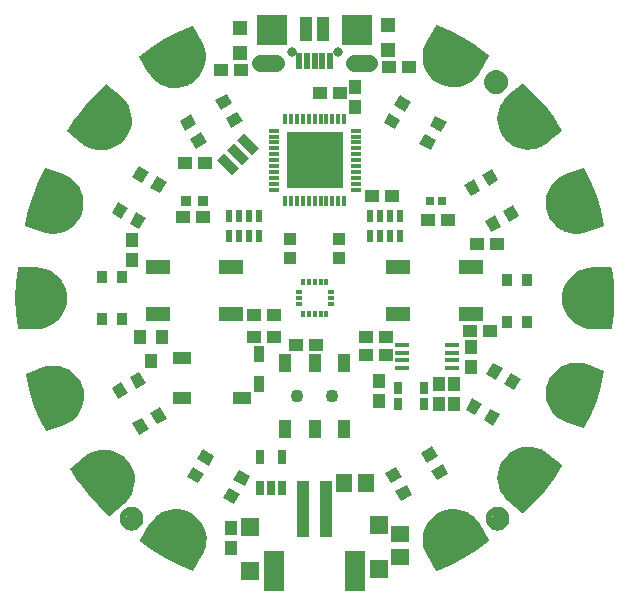
<source format=gbr>
G04 EAGLE Gerber RS-274X export*
G75*
%MOMM*%
%FSLAX34Y34*%
%LPD*%
%INSoldermask Top*%
%IPPOS*%
%AMOC8*
5,1,8,0,0,1.08239X$1,22.5*%
G01*
%ADD10R,1.101600X1.201600*%
%ADD11R,1.201600X1.101600*%
%ADD12R,1.601600X1.341600*%
%ADD13R,1.301600X1.301600*%
%ADD14R,0.351600X0.901600*%
%ADD15R,0.901600X0.351600*%
%ADD16R,4.801600X4.801600*%
%ADD17R,1.001600X1.001600*%
%ADD18C,0.801600*%
%ADD19R,2.601600X2.601600*%
%ADD20C,1.409600*%
%ADD21R,1.101600X2.101600*%
%ADD22R,0.500000X1.450000*%
%ADD23C,1.101600*%
%ADD24C,0.500000*%
%ADD25R,1.101600X4.701600*%
%ADD26R,1.701600X3.501600*%
%ADD27R,1.501600X1.501600*%
%ADD28R,1.341600X1.601600*%
%ADD29C,4.317600*%
%ADD30R,1.101600X1.601600*%
%ADD31R,0.801600X1.801600*%
%ADD32R,2.101600X1.301600*%
%ADD33R,0.951600X1.101600*%
%ADD34R,0.351600X0.601600*%
%ADD35R,0.601600X0.351600*%
%ADD36R,0.901600X0.901600*%
%ADD37R,0.761600X1.001600*%
%ADD38R,0.701600X0.701600*%
%ADD39R,1.101600X1.301600*%
%ADD40R,0.901600X1.451600*%
%ADD41R,0.551600X1.001600*%
%ADD42R,0.651600X1.301600*%
%ADD43R,1.601600X1.101600*%
%ADD44R,1.301600X0.401600*%

G36*
X227376Y-110221D02*
X227376Y-110221D01*
X227400Y-110223D01*
X227485Y-110200D01*
X227572Y-110184D01*
X227593Y-110172D01*
X227617Y-110165D01*
X227689Y-110114D01*
X227765Y-110069D01*
X227780Y-110050D01*
X227800Y-110036D01*
X227884Y-109919D01*
X227905Y-109894D01*
X227906Y-109889D01*
X227910Y-109884D01*
X233802Y-98565D01*
X233810Y-98542D01*
X233826Y-98515D01*
X238709Y-86726D01*
X238714Y-86702D01*
X238728Y-86674D01*
X242565Y-74504D01*
X242568Y-74479D01*
X242579Y-74450D01*
X245341Y-61992D01*
X245342Y-61968D01*
X245350Y-61944D01*
X245347Y-61856D01*
X245350Y-61768D01*
X245343Y-61745D01*
X245342Y-61720D01*
X245308Y-61638D01*
X245281Y-61555D01*
X245266Y-61535D01*
X245256Y-61513D01*
X245196Y-61448D01*
X245141Y-61379D01*
X245120Y-61366D01*
X245104Y-61348D01*
X244977Y-61280D01*
X244949Y-61263D01*
X244944Y-61262D01*
X244939Y-61259D01*
X230618Y-56046D01*
X230598Y-56043D01*
X230575Y-56032D01*
X227090Y-55039D01*
X227052Y-55035D01*
X227001Y-55020D01*
X223410Y-54533D01*
X223372Y-54535D01*
X223320Y-54527D01*
X219696Y-54556D01*
X219658Y-54563D01*
X219606Y-54563D01*
X216023Y-55108D01*
X215987Y-55120D01*
X215934Y-55128D01*
X212465Y-56176D01*
X212431Y-56193D01*
X212381Y-56208D01*
X209096Y-57740D01*
X209065Y-57762D01*
X209017Y-57784D01*
X205984Y-59767D01*
X205957Y-59794D01*
X205912Y-59822D01*
X203192Y-62217D01*
X203169Y-62247D01*
X203129Y-62282D01*
X200777Y-65039D01*
X200758Y-65072D01*
X200724Y-65112D01*
X198789Y-68176D01*
X198774Y-68212D01*
X198746Y-68256D01*
X197267Y-71564D01*
X197258Y-71601D01*
X197236Y-71649D01*
X196242Y-75135D01*
X196239Y-75173D01*
X196224Y-75223D01*
X195737Y-78814D01*
X195738Y-78852D01*
X195731Y-78905D01*
X195760Y-82529D01*
X195767Y-82566D01*
X195767Y-82619D01*
X196311Y-86202D01*
X196322Y-86234D01*
X196323Y-86254D01*
X196327Y-86266D01*
X196331Y-86290D01*
X197379Y-89759D01*
X197397Y-89793D01*
X197412Y-89844D01*
X198943Y-93128D01*
X198965Y-93159D01*
X198987Y-93207D01*
X200971Y-96240D01*
X200997Y-96268D01*
X201025Y-96312D01*
X203420Y-99032D01*
X203450Y-99056D01*
X203485Y-99096D01*
X206242Y-101447D01*
X206275Y-101466D01*
X206315Y-101501D01*
X209380Y-103436D01*
X209415Y-103450D01*
X209459Y-103478D01*
X212768Y-104958D01*
X212787Y-104963D01*
X212810Y-104975D01*
X227131Y-110187D01*
X227155Y-110191D01*
X227177Y-110202D01*
X227264Y-110210D01*
X227352Y-110225D01*
X227376Y-110221D01*
G37*
G36*
X-219696Y54556D02*
X-219696Y54556D01*
X-219658Y54563D01*
X-219606Y54563D01*
X-216023Y55108D01*
X-215987Y55120D01*
X-215934Y55128D01*
X-212465Y56176D01*
X-212431Y56193D01*
X-212381Y56208D01*
X-209096Y57740D01*
X-209065Y57762D01*
X-209017Y57784D01*
X-205984Y59767D01*
X-205957Y59794D01*
X-205912Y59822D01*
X-203192Y62217D01*
X-203169Y62247D01*
X-203129Y62282D01*
X-200777Y65039D01*
X-200758Y65072D01*
X-200724Y65112D01*
X-198789Y68176D01*
X-198774Y68212D01*
X-198746Y68256D01*
X-197267Y71564D01*
X-197258Y71601D01*
X-197236Y71649D01*
X-196242Y75135D01*
X-196239Y75173D01*
X-196224Y75223D01*
X-195737Y78814D01*
X-195738Y78852D01*
X-195731Y78905D01*
X-195760Y82529D01*
X-195767Y82566D01*
X-195767Y82619D01*
X-196311Y86202D01*
X-196323Y86238D01*
X-196331Y86290D01*
X-197379Y89759D01*
X-197397Y89793D01*
X-197412Y89844D01*
X-198943Y93128D01*
X-198965Y93159D01*
X-198987Y93207D01*
X-200971Y96240D01*
X-200997Y96268D01*
X-201025Y96312D01*
X-203420Y99032D01*
X-203450Y99056D01*
X-203485Y99096D01*
X-206242Y101447D01*
X-206275Y101466D01*
X-206315Y101501D01*
X-209380Y103436D01*
X-209415Y103450D01*
X-209459Y103478D01*
X-212768Y104958D01*
X-212787Y104963D01*
X-212810Y104975D01*
X-227131Y110187D01*
X-227155Y110191D01*
X-227177Y110202D01*
X-227264Y110210D01*
X-227352Y110225D01*
X-227376Y110221D01*
X-227400Y110223D01*
X-227485Y110200D01*
X-227572Y110184D01*
X-227593Y110172D01*
X-227617Y110165D01*
X-227689Y110114D01*
X-227765Y110069D01*
X-227780Y110050D01*
X-227800Y110036D01*
X-227884Y109919D01*
X-227905Y109894D01*
X-227906Y109889D01*
X-227910Y109884D01*
X-233802Y98565D01*
X-233810Y98542D01*
X-233826Y98515D01*
X-238709Y86726D01*
X-238714Y86702D01*
X-238728Y86674D01*
X-242565Y74504D01*
X-242568Y74479D01*
X-242579Y74450D01*
X-245341Y61992D01*
X-245342Y61968D01*
X-245350Y61944D01*
X-245347Y61856D01*
X-245350Y61768D01*
X-245343Y61745D01*
X-245342Y61720D01*
X-245308Y61638D01*
X-245281Y61555D01*
X-245266Y61535D01*
X-245256Y61513D01*
X-245196Y61448D01*
X-245141Y61379D01*
X-245120Y61366D01*
X-245104Y61348D01*
X-244977Y61280D01*
X-244949Y61263D01*
X-244944Y61262D01*
X-244939Y61259D01*
X-230618Y56046D01*
X-230598Y56043D01*
X-230575Y56032D01*
X-227090Y55039D01*
X-227052Y55035D01*
X-227001Y55020D01*
X-223410Y54533D01*
X-223372Y54535D01*
X-223320Y54527D01*
X-219696Y54556D01*
G37*
G36*
X-226704Y-112761D02*
X-226704Y-112761D01*
X-226679Y-112765D01*
X-226538Y-112736D01*
X-226506Y-112731D01*
X-226502Y-112728D01*
X-226496Y-112727D01*
X-212175Y-107515D01*
X-212157Y-107505D01*
X-212133Y-107498D01*
X-208824Y-106018D01*
X-208793Y-105997D01*
X-208745Y-105976D01*
X-205680Y-104041D01*
X-205652Y-104015D01*
X-205607Y-103987D01*
X-202850Y-101636D01*
X-202826Y-101606D01*
X-202785Y-101572D01*
X-200390Y-98852D01*
X-200371Y-98820D01*
X-200336Y-98780D01*
X-198352Y-95747D01*
X-198337Y-95712D01*
X-198308Y-95668D01*
X-196777Y-92384D01*
X-196767Y-92347D01*
X-196744Y-92299D01*
X-195696Y-88830D01*
X-195691Y-88792D01*
X-195676Y-88742D01*
X-195132Y-85159D01*
X-195133Y-85121D01*
X-195125Y-85069D01*
X-195096Y-81445D01*
X-195102Y-81407D01*
X-195102Y-81354D01*
X-195589Y-77763D01*
X-195592Y-77753D01*
X-195592Y-77751D01*
X-195595Y-77744D01*
X-195601Y-77727D01*
X-195607Y-77675D01*
X-196601Y-74189D01*
X-196617Y-74155D01*
X-196632Y-74104D01*
X-198111Y-70796D01*
X-198132Y-70764D01*
X-198154Y-70716D01*
X-200089Y-67652D01*
X-200114Y-67624D01*
X-200142Y-67579D01*
X-202494Y-64822D01*
X-202523Y-64797D01*
X-202557Y-64757D01*
X-205277Y-62362D01*
X-205310Y-62342D01*
X-205349Y-62307D01*
X-208382Y-60324D01*
X-208418Y-60309D01*
X-208461Y-60280D01*
X-211746Y-58748D01*
X-211783Y-58739D01*
X-211830Y-58716D01*
X-213380Y-58248D01*
X-215299Y-57668D01*
X-215337Y-57663D01*
X-215388Y-57648D01*
X-218971Y-57103D01*
X-219009Y-57104D01*
X-219061Y-57096D01*
X-222685Y-57067D01*
X-222722Y-57074D01*
X-222775Y-57073D01*
X-226366Y-57560D01*
X-226403Y-57572D01*
X-226455Y-57579D01*
X-229940Y-58572D01*
X-229958Y-58581D01*
X-229983Y-58586D01*
X-244304Y-63799D01*
X-244325Y-63811D01*
X-244349Y-63817D01*
X-244421Y-63867D01*
X-244498Y-63912D01*
X-244514Y-63930D01*
X-244534Y-63944D01*
X-244584Y-64017D01*
X-244640Y-64085D01*
X-244648Y-64108D01*
X-244663Y-64128D01*
X-244685Y-64214D01*
X-244714Y-64297D01*
X-244713Y-64321D01*
X-244719Y-64345D01*
X-244709Y-64489D01*
X-244709Y-64521D01*
X-244707Y-64526D01*
X-244706Y-64532D01*
X-241944Y-76990D01*
X-241935Y-77013D01*
X-241930Y-77044D01*
X-238093Y-89214D01*
X-238082Y-89235D01*
X-238074Y-89266D01*
X-233191Y-101055D01*
X-233177Y-101076D01*
X-233167Y-101105D01*
X-227275Y-112424D01*
X-227260Y-112443D01*
X-227251Y-112466D01*
X-227192Y-112532D01*
X-227138Y-112602D01*
X-227117Y-112614D01*
X-227101Y-112633D01*
X-227022Y-112674D01*
X-226948Y-112720D01*
X-226924Y-112725D01*
X-226902Y-112736D01*
X-226814Y-112748D01*
X-226728Y-112765D01*
X-226704Y-112761D01*
G37*
G36*
X223357Y54534D02*
X223357Y54534D01*
X223410Y54533D01*
X227001Y55020D01*
X227038Y55032D01*
X227090Y55039D01*
X230575Y56032D01*
X230593Y56041D01*
X230618Y56046D01*
X244939Y61259D01*
X244960Y61271D01*
X244984Y61277D01*
X245056Y61327D01*
X245133Y61372D01*
X245149Y61390D01*
X245169Y61404D01*
X245219Y61477D01*
X245275Y61545D01*
X245283Y61568D01*
X245298Y61588D01*
X245320Y61674D01*
X245349Y61757D01*
X245348Y61781D01*
X245354Y61805D01*
X245344Y61949D01*
X245344Y61981D01*
X245342Y61986D01*
X245341Y61992D01*
X242579Y74450D01*
X242570Y74473D01*
X242565Y74504D01*
X238728Y86674D01*
X238717Y86695D01*
X238709Y86726D01*
X233826Y98515D01*
X233812Y98536D01*
X233802Y98565D01*
X227910Y109884D01*
X227895Y109903D01*
X227886Y109926D01*
X227827Y109992D01*
X227773Y110062D01*
X227752Y110074D01*
X227736Y110093D01*
X227657Y110134D01*
X227583Y110180D01*
X227559Y110185D01*
X227537Y110196D01*
X227449Y110208D01*
X227363Y110225D01*
X227339Y110221D01*
X227314Y110225D01*
X227173Y110196D01*
X227141Y110191D01*
X227137Y110188D01*
X227131Y110187D01*
X212810Y104975D01*
X212792Y104965D01*
X212768Y104958D01*
X209459Y103478D01*
X209428Y103457D01*
X209380Y103436D01*
X206315Y101501D01*
X206287Y101475D01*
X206242Y101447D01*
X203485Y99096D01*
X203461Y99066D01*
X203420Y99032D01*
X201025Y96312D01*
X201006Y96280D01*
X200971Y96240D01*
X198987Y93207D01*
X198972Y93172D01*
X198943Y93128D01*
X197412Y89844D01*
X197402Y89807D01*
X197379Y89759D01*
X196331Y86290D01*
X196326Y86252D01*
X196311Y86202D01*
X195767Y82619D01*
X195768Y82581D01*
X195760Y82529D01*
X195731Y78905D01*
X195737Y78867D01*
X195737Y78814D01*
X196224Y75223D01*
X196236Y75187D01*
X196242Y75135D01*
X197236Y71649D01*
X197252Y71615D01*
X197267Y71564D01*
X198746Y68256D01*
X198767Y68224D01*
X198789Y68176D01*
X200724Y65112D01*
X200749Y65084D01*
X200777Y65039D01*
X203129Y62282D01*
X203158Y62257D01*
X203192Y62217D01*
X205912Y59822D01*
X205945Y59802D01*
X205984Y59767D01*
X209017Y57784D01*
X209053Y57769D01*
X209096Y57740D01*
X212381Y56208D01*
X212418Y56199D01*
X212465Y56176D01*
X213631Y55824D01*
X215730Y55189D01*
X215934Y55128D01*
X215972Y55123D01*
X216023Y55108D01*
X219606Y54563D01*
X219644Y54564D01*
X219696Y54556D01*
X223320Y54527D01*
X223357Y54534D01*
G37*
G36*
X-180394Y125104D02*
X-180394Y125104D01*
X-180342Y125101D01*
X-176732Y125417D01*
X-176695Y125427D01*
X-176642Y125431D01*
X-173114Y126257D01*
X-173079Y126272D01*
X-173027Y126284D01*
X-169652Y127604D01*
X-169620Y127624D01*
X-169571Y127643D01*
X-166418Y129430D01*
X-166388Y129455D01*
X-166342Y129480D01*
X-163476Y131698D01*
X-163451Y131726D01*
X-163409Y131758D01*
X-160887Y134361D01*
X-160866Y134393D01*
X-160829Y134431D01*
X-158703Y137366D01*
X-158687Y137400D01*
X-158656Y137443D01*
X-156970Y140651D01*
X-156958Y140687D01*
X-156933Y140734D01*
X-155721Y144149D01*
X-155715Y144186D01*
X-155697Y144236D01*
X-154983Y147789D01*
X-154982Y147821D01*
X-154976Y147838D01*
X-154977Y147852D01*
X-154971Y147879D01*
X-154770Y151497D01*
X-154775Y151535D01*
X-154771Y151588D01*
X-155087Y155198D01*
X-155097Y155235D01*
X-155102Y155287D01*
X-155928Y158816D01*
X-155943Y158851D01*
X-155955Y158902D01*
X-157275Y162277D01*
X-157295Y162310D01*
X-157314Y162359D01*
X-159101Y165512D01*
X-159125Y165541D01*
X-159151Y165587D01*
X-161369Y168453D01*
X-161397Y168479D01*
X-161429Y168521D01*
X-164032Y171042D01*
X-164049Y171054D01*
X-164066Y171073D01*
X-175740Y180869D01*
X-175761Y180881D01*
X-175778Y180899D01*
X-175858Y180936D01*
X-175935Y180980D01*
X-175959Y180984D01*
X-175981Y180995D01*
X-176069Y181003D01*
X-176156Y181017D01*
X-176180Y181013D01*
X-176205Y181015D01*
X-176290Y180991D01*
X-176376Y180975D01*
X-176397Y180962D01*
X-176421Y180955D01*
X-176540Y180875D01*
X-176568Y180858D01*
X-176571Y180854D01*
X-176576Y180851D01*
X-185984Y172230D01*
X-185999Y172210D01*
X-186024Y172191D01*
X-194645Y162782D01*
X-194658Y162762D01*
X-194680Y162740D01*
X-202448Y152616D01*
X-202460Y152595D01*
X-202480Y152571D01*
X-209336Y141809D01*
X-209346Y141786D01*
X-209361Y141767D01*
X-209388Y141683D01*
X-209422Y141601D01*
X-209422Y141577D01*
X-209430Y141553D01*
X-209426Y141465D01*
X-209429Y141377D01*
X-209421Y141354D01*
X-209420Y141329D01*
X-209386Y141248D01*
X-209358Y141164D01*
X-209343Y141145D01*
X-209333Y141122D01*
X-209238Y141015D01*
X-209218Y140989D01*
X-209213Y140987D01*
X-209209Y140982D01*
X-197535Y131186D01*
X-197517Y131176D01*
X-197499Y131158D01*
X-194564Y129033D01*
X-194529Y129016D01*
X-194487Y128985D01*
X-191279Y127299D01*
X-191242Y127287D01*
X-191196Y127263D01*
X-187781Y126050D01*
X-187743Y126044D01*
X-187694Y126026D01*
X-184141Y125312D01*
X-184102Y125311D01*
X-184051Y125300D01*
X-180432Y125099D01*
X-180394Y125104D01*
G37*
G36*
X-173603Y-184188D02*
X-173603Y-184188D01*
X-173579Y-184192D01*
X-173493Y-184172D01*
X-173405Y-184159D01*
X-173384Y-184147D01*
X-173360Y-184142D01*
X-173237Y-184066D01*
X-173209Y-184051D01*
X-173205Y-184047D01*
X-173200Y-184044D01*
X-161526Y-174248D01*
X-161513Y-174232D01*
X-161492Y-174217D01*
X-158889Y-171696D01*
X-158867Y-171665D01*
X-158829Y-171628D01*
X-156611Y-168762D01*
X-156594Y-168728D01*
X-156561Y-168687D01*
X-154774Y-165534D01*
X-154761Y-165498D01*
X-154735Y-165452D01*
X-153415Y-162077D01*
X-153408Y-162040D01*
X-153388Y-161991D01*
X-152562Y-158462D01*
X-152560Y-158424D01*
X-152547Y-158373D01*
X-152231Y-154763D01*
X-152235Y-154725D01*
X-152230Y-154672D01*
X-152431Y-151054D01*
X-152440Y-151017D01*
X-152443Y-150964D01*
X-153157Y-147411D01*
X-153171Y-147375D01*
X-153181Y-147324D01*
X-154393Y-143909D01*
X-154412Y-143875D01*
X-154430Y-143826D01*
X-156116Y-140618D01*
X-156139Y-140588D01*
X-156163Y-140541D01*
X-158289Y-137606D01*
X-158316Y-137579D01*
X-158347Y-137536D01*
X-160869Y-134933D01*
X-160900Y-134911D01*
X-160936Y-134873D01*
X-163802Y-132655D01*
X-163836Y-132638D01*
X-163878Y-132605D01*
X-167031Y-130818D01*
X-167067Y-130806D01*
X-167112Y-130779D01*
X-170487Y-129459D01*
X-170525Y-129452D01*
X-170574Y-129432D01*
X-174102Y-128606D01*
X-174140Y-128604D01*
X-174192Y-128592D01*
X-177802Y-128276D01*
X-177840Y-128279D01*
X-177892Y-128274D01*
X-181511Y-128475D01*
X-181548Y-128484D01*
X-181601Y-128487D01*
X-185154Y-129201D01*
X-185189Y-129215D01*
X-185241Y-129225D01*
X-188656Y-130438D01*
X-188689Y-130456D01*
X-188739Y-130474D01*
X-191947Y-132160D01*
X-191977Y-132183D01*
X-192024Y-132208D01*
X-194959Y-134333D01*
X-194973Y-134348D01*
X-194995Y-134361D01*
X-206669Y-144157D01*
X-206685Y-144176D01*
X-206705Y-144190D01*
X-206756Y-144261D01*
X-206813Y-144329D01*
X-206821Y-144352D01*
X-206835Y-144372D01*
X-206858Y-144458D01*
X-206887Y-144541D01*
X-206887Y-144565D01*
X-206893Y-144589D01*
X-206885Y-144677D01*
X-206884Y-144765D01*
X-206875Y-144788D01*
X-206873Y-144812D01*
X-206814Y-144943D01*
X-206802Y-144974D01*
X-206799Y-144978D01*
X-206796Y-144984D01*
X-199940Y-155746D01*
X-199923Y-155764D01*
X-199908Y-155791D01*
X-192140Y-165915D01*
X-192122Y-165931D01*
X-192105Y-165957D01*
X-183484Y-175366D01*
X-183464Y-175380D01*
X-183444Y-175405D01*
X-174036Y-184026D01*
X-174016Y-184039D01*
X-173999Y-184057D01*
X-173921Y-184098D01*
X-173847Y-184146D01*
X-173823Y-184151D01*
X-173801Y-184162D01*
X-173714Y-184174D01*
X-173627Y-184192D01*
X-173603Y-184188D01*
G37*
G36*
X176180Y-181648D02*
X176180Y-181648D01*
X176205Y-181650D01*
X176290Y-181626D01*
X176376Y-181610D01*
X176397Y-181597D01*
X176421Y-181590D01*
X176540Y-181510D01*
X176568Y-181493D01*
X176571Y-181489D01*
X176576Y-181486D01*
X185984Y-172865D01*
X185999Y-172845D01*
X186024Y-172826D01*
X194645Y-163417D01*
X194658Y-163397D01*
X194680Y-163375D01*
X202448Y-153251D01*
X202460Y-153230D01*
X202480Y-153206D01*
X209336Y-142444D01*
X209346Y-142421D01*
X209361Y-142402D01*
X209388Y-142318D01*
X209422Y-142236D01*
X209422Y-142212D01*
X209430Y-142188D01*
X209426Y-142100D01*
X209429Y-142012D01*
X209421Y-141989D01*
X209420Y-141964D01*
X209386Y-141883D01*
X209358Y-141799D01*
X209343Y-141780D01*
X209333Y-141757D01*
X209238Y-141650D01*
X209218Y-141624D01*
X209213Y-141622D01*
X209209Y-141617D01*
X197535Y-131821D01*
X197517Y-131811D01*
X197499Y-131793D01*
X194564Y-129668D01*
X194529Y-129651D01*
X194487Y-129620D01*
X191279Y-127934D01*
X191242Y-127922D01*
X191196Y-127898D01*
X187781Y-126685D01*
X187743Y-126679D01*
X187694Y-126661D01*
X184141Y-125947D01*
X184102Y-125946D01*
X184051Y-125935D01*
X180432Y-125734D01*
X180394Y-125739D01*
X180342Y-125736D01*
X176732Y-126052D01*
X176695Y-126062D01*
X176642Y-126066D01*
X173114Y-126892D01*
X173079Y-126907D01*
X173027Y-126919D01*
X169652Y-128239D01*
X169620Y-128259D01*
X169571Y-128278D01*
X166418Y-130065D01*
X166388Y-130090D01*
X166342Y-130115D01*
X163476Y-132333D01*
X163451Y-132361D01*
X163409Y-132393D01*
X160887Y-134996D01*
X160866Y-135028D01*
X160829Y-135066D01*
X158703Y-138001D01*
X158687Y-138035D01*
X158656Y-138078D01*
X156970Y-141286D01*
X156958Y-141322D01*
X156933Y-141369D01*
X155721Y-144784D01*
X155715Y-144821D01*
X155697Y-144871D01*
X154983Y-148424D01*
X154982Y-148462D01*
X154971Y-148514D01*
X154770Y-152132D01*
X154775Y-152170D01*
X154771Y-152223D01*
X155087Y-155833D01*
X155097Y-155870D01*
X155102Y-155922D01*
X155928Y-159451D01*
X155943Y-159486D01*
X155955Y-159537D01*
X157275Y-162912D01*
X157295Y-162945D01*
X157314Y-162994D01*
X159101Y-166147D01*
X159125Y-166176D01*
X159151Y-166222D01*
X161369Y-169088D01*
X161397Y-169114D01*
X161429Y-169156D01*
X164032Y-171677D01*
X164049Y-171689D01*
X164066Y-171708D01*
X175740Y-181504D01*
X175761Y-181516D01*
X175778Y-181534D01*
X175858Y-181571D01*
X175935Y-181615D01*
X175959Y-181619D01*
X175981Y-181630D01*
X176069Y-181638D01*
X176156Y-181652D01*
X176180Y-181648D01*
G37*
G36*
X184051Y125935D02*
X184051Y125935D01*
X184088Y125944D01*
X184141Y125947D01*
X187694Y126661D01*
X187729Y126675D01*
X187781Y126685D01*
X191196Y127898D01*
X191229Y127916D01*
X191279Y127934D01*
X194487Y129620D01*
X194517Y129643D01*
X194564Y129668D01*
X197499Y131793D01*
X197513Y131808D01*
X197535Y131821D01*
X209209Y141617D01*
X209225Y141636D01*
X209245Y141650D01*
X209296Y141721D01*
X209353Y141789D01*
X209361Y141812D01*
X209375Y141832D01*
X209398Y141918D01*
X209427Y142001D01*
X209427Y142025D01*
X209433Y142049D01*
X209425Y142137D01*
X209424Y142225D01*
X209415Y142248D01*
X209413Y142272D01*
X209354Y142403D01*
X209342Y142434D01*
X209339Y142438D01*
X209336Y142444D01*
X209261Y142562D01*
X208857Y143196D01*
X208857Y143197D01*
X208453Y143831D01*
X208049Y144465D01*
X207645Y145099D01*
X207241Y145733D01*
X207241Y145734D01*
X207240Y145734D01*
X206836Y146368D01*
X206432Y147002D01*
X206028Y147636D01*
X205624Y148270D01*
X205624Y148271D01*
X205220Y148905D01*
X204816Y149539D01*
X202480Y153206D01*
X202463Y153224D01*
X202448Y153251D01*
X194680Y163375D01*
X194662Y163391D01*
X194645Y163417D01*
X186024Y172826D01*
X186004Y172840D01*
X185984Y172865D01*
X176576Y181486D01*
X176556Y181499D01*
X176539Y181517D01*
X176461Y181558D01*
X176387Y181606D01*
X176363Y181611D01*
X176341Y181622D01*
X176254Y181634D01*
X176167Y181652D01*
X176143Y181648D01*
X176119Y181652D01*
X176033Y181632D01*
X175945Y181619D01*
X175924Y181607D01*
X175900Y181602D01*
X175777Y181526D01*
X175749Y181511D01*
X175745Y181507D01*
X175740Y181504D01*
X164066Y171708D01*
X164053Y171692D01*
X164032Y171677D01*
X161429Y169156D01*
X161407Y169125D01*
X161369Y169088D01*
X159151Y166222D01*
X159134Y166188D01*
X159101Y166147D01*
X157314Y162994D01*
X157301Y162958D01*
X157275Y162912D01*
X155955Y159537D01*
X155948Y159500D01*
X155928Y159451D01*
X155102Y155922D01*
X155100Y155884D01*
X155087Y155833D01*
X154771Y152223D01*
X154775Y152185D01*
X154770Y152132D01*
X154971Y148514D01*
X154980Y148477D01*
X154983Y148424D01*
X155697Y144871D01*
X155711Y144835D01*
X155721Y144784D01*
X156933Y141369D01*
X156952Y141335D01*
X156970Y141286D01*
X158656Y138078D01*
X158679Y138048D01*
X158703Y138001D01*
X160829Y135066D01*
X160856Y135039D01*
X160887Y134996D01*
X163409Y132393D01*
X163440Y132371D01*
X163476Y132333D01*
X166342Y130115D01*
X166376Y130098D01*
X166418Y130065D01*
X169571Y128278D01*
X169607Y128266D01*
X169652Y128239D01*
X173027Y126919D01*
X173065Y126912D01*
X173114Y126892D01*
X176642Y126066D01*
X176680Y126064D01*
X176732Y126052D01*
X180342Y125736D01*
X180380Y125739D01*
X180432Y125734D01*
X184051Y125935D01*
G37*
G36*
X103134Y-231077D02*
X103134Y-231077D01*
X103159Y-231079D01*
X103299Y-231044D01*
X103330Y-231037D01*
X103335Y-231035D01*
X103341Y-231033D01*
X115130Y-226150D01*
X115151Y-226137D01*
X115180Y-226126D01*
X126499Y-220234D01*
X126518Y-220219D01*
X126547Y-220207D01*
X137309Y-213350D01*
X137327Y-213334D01*
X137354Y-213319D01*
X147478Y-205550D01*
X147495Y-205532D01*
X147515Y-205519D01*
X147570Y-205450D01*
X147629Y-205384D01*
X147638Y-205362D01*
X147653Y-205342D01*
X147680Y-205259D01*
X147713Y-205176D01*
X147714Y-205152D01*
X147721Y-205129D01*
X147717Y-205040D01*
X147719Y-204952D01*
X147711Y-204929D01*
X147710Y-204904D01*
X147657Y-204771D01*
X147647Y-204740D01*
X147644Y-204736D01*
X147641Y-204730D01*
X140021Y-191532D01*
X140008Y-191516D01*
X139997Y-191493D01*
X137966Y-188492D01*
X137939Y-188465D01*
X137910Y-188421D01*
X135472Y-185740D01*
X135442Y-185716D01*
X135407Y-185677D01*
X132612Y-183370D01*
X132579Y-183351D01*
X132539Y-183317D01*
X129444Y-181431D01*
X129408Y-181417D01*
X129364Y-181390D01*
X126032Y-179963D01*
X125995Y-179954D01*
X125947Y-179933D01*
X122446Y-178995D01*
X122408Y-178992D01*
X122357Y-178978D01*
X118759Y-178548D01*
X118721Y-178550D01*
X118668Y-178544D01*
X115045Y-178630D01*
X115008Y-178638D01*
X114955Y-178639D01*
X111382Y-179239D01*
X111346Y-179252D01*
X111294Y-179261D01*
X107842Y-180364D01*
X107815Y-180378D01*
X107799Y-180381D01*
X107785Y-180389D01*
X107758Y-180398D01*
X104498Y-181981D01*
X104467Y-182004D01*
X104420Y-182027D01*
X101418Y-184058D01*
X101391Y-184085D01*
X101347Y-184114D01*
X98666Y-186552D01*
X98642Y-186582D01*
X98603Y-186617D01*
X96296Y-189412D01*
X96277Y-189445D01*
X96243Y-189485D01*
X94357Y-192580D01*
X94343Y-192615D01*
X94316Y-192660D01*
X92889Y-195992D01*
X92880Y-196029D01*
X92859Y-196077D01*
X91921Y-199578D01*
X91918Y-199616D01*
X91904Y-199667D01*
X91474Y-203265D01*
X91476Y-203303D01*
X91470Y-203355D01*
X91556Y-206978D01*
X91564Y-207016D01*
X91565Y-207069D01*
X92166Y-210642D01*
X92178Y-210678D01*
X92187Y-210730D01*
X93290Y-214182D01*
X93308Y-214216D01*
X93324Y-214266D01*
X94907Y-217526D01*
X94919Y-217542D01*
X94929Y-217566D01*
X102549Y-230764D01*
X102564Y-230783D01*
X102574Y-230805D01*
X102636Y-230868D01*
X102693Y-230936D01*
X102715Y-230948D01*
X102732Y-230965D01*
X102812Y-231003D01*
X102889Y-231046D01*
X102913Y-231050D01*
X102935Y-231060D01*
X103023Y-231067D01*
X103110Y-231081D01*
X103134Y-231077D01*
G37*
G36*
X-235565Y-26031D02*
X-235565Y-26031D01*
X-235540Y-26033D01*
X-231925Y-25774D01*
X-231888Y-25765D01*
X-231835Y-25761D01*
X-228294Y-24991D01*
X-228259Y-24976D01*
X-228207Y-24965D01*
X-224812Y-23699D01*
X-224779Y-23679D01*
X-224730Y-23661D01*
X-221549Y-21925D01*
X-221519Y-21901D01*
X-221473Y-21876D01*
X-218571Y-19704D01*
X-218545Y-19676D01*
X-218503Y-19645D01*
X-215941Y-17082D01*
X-215919Y-17051D01*
X-215881Y-17014D01*
X-213709Y-14112D01*
X-213692Y-14078D01*
X-213661Y-14036D01*
X-211924Y-10856D01*
X-211912Y-10819D01*
X-211886Y-10773D01*
X-210620Y-7378D01*
X-210613Y-7340D01*
X-210594Y-7291D01*
X-209824Y-3750D01*
X-209822Y-3712D01*
X-209811Y-3660D01*
X-209552Y-45D01*
X-209556Y-7D01*
X-209552Y45D01*
X-209811Y3660D01*
X-209820Y3697D01*
X-209824Y3750D01*
X-210594Y7291D01*
X-210609Y7326D01*
X-210620Y7378D01*
X-211886Y10773D01*
X-211906Y10806D01*
X-211924Y10856D01*
X-213661Y14036D01*
X-213684Y14066D01*
X-213709Y14112D01*
X-215881Y17014D01*
X-215909Y17040D01*
X-215941Y17082D01*
X-218503Y19645D01*
X-218534Y19666D01*
X-218571Y19704D01*
X-221473Y21876D01*
X-221507Y21893D01*
X-221549Y21925D01*
X-224730Y23661D01*
X-224766Y23673D01*
X-224812Y23699D01*
X-228207Y24965D01*
X-228245Y24972D01*
X-228294Y24991D01*
X-231835Y25761D01*
X-231873Y25763D01*
X-231925Y25774D01*
X-235540Y26033D01*
X-235560Y26031D01*
X-235585Y26034D01*
X-250825Y26034D01*
X-250849Y26030D01*
X-250873Y26032D01*
X-250959Y26010D01*
X-251046Y25995D01*
X-251067Y25982D01*
X-251091Y25976D01*
X-251163Y25925D01*
X-251239Y25880D01*
X-251254Y25862D01*
X-251275Y25847D01*
X-251325Y25775D01*
X-251380Y25706D01*
X-251388Y25683D01*
X-251402Y25663D01*
X-251442Y25525D01*
X-251452Y25494D01*
X-251452Y25489D01*
X-251454Y25483D01*
X-253119Y12831D01*
X-253118Y12807D01*
X-253124Y12776D01*
X-253681Y28D01*
X-253678Y3D01*
X-253681Y-28D01*
X-253124Y-12776D01*
X-253119Y-12800D01*
X-253119Y-12831D01*
X-251454Y-25483D01*
X-251446Y-25506D01*
X-251446Y-25531D01*
X-251413Y-25612D01*
X-251386Y-25697D01*
X-251371Y-25716D01*
X-251361Y-25738D01*
X-251302Y-25804D01*
X-251247Y-25873D01*
X-251227Y-25886D01*
X-251210Y-25904D01*
X-251131Y-25944D01*
X-251056Y-25991D01*
X-251032Y-25995D01*
X-251010Y-26007D01*
X-250868Y-26028D01*
X-250836Y-26034D01*
X-250831Y-26033D01*
X-250825Y-26034D01*
X-235585Y-26034D01*
X-235565Y-26031D01*
G37*
G36*
X250849Y-26030D02*
X250849Y-26030D01*
X250873Y-26032D01*
X250959Y-26010D01*
X251046Y-25995D01*
X251067Y-25982D01*
X251091Y-25976D01*
X251163Y-25925D01*
X251239Y-25880D01*
X251254Y-25862D01*
X251275Y-25847D01*
X251325Y-25775D01*
X251380Y-25706D01*
X251388Y-25683D01*
X251402Y-25663D01*
X251442Y-25525D01*
X251452Y-25494D01*
X251452Y-25489D01*
X251454Y-25483D01*
X253119Y-12831D01*
X253118Y-12811D01*
X253119Y-12809D01*
X253119Y-12803D01*
X253124Y-12776D01*
X253681Y-28D01*
X253678Y-3D01*
X253681Y28D01*
X253124Y12776D01*
X253119Y12800D01*
X253119Y12831D01*
X251454Y25483D01*
X251446Y25506D01*
X251446Y25531D01*
X251413Y25612D01*
X251386Y25697D01*
X251371Y25716D01*
X251361Y25738D01*
X251302Y25804D01*
X251247Y25873D01*
X251227Y25886D01*
X251210Y25904D01*
X251131Y25944D01*
X251056Y25991D01*
X251032Y25995D01*
X251010Y26007D01*
X250868Y26028D01*
X250836Y26034D01*
X250831Y26033D01*
X250825Y26034D01*
X235585Y26034D01*
X235565Y26031D01*
X235540Y26033D01*
X231925Y25774D01*
X231888Y25765D01*
X231835Y25761D01*
X228294Y24991D01*
X228259Y24976D01*
X228207Y24965D01*
X225704Y24032D01*
X224812Y23699D01*
X224779Y23679D01*
X224730Y23661D01*
X221549Y21925D01*
X221519Y21901D01*
X221473Y21876D01*
X218571Y19704D01*
X218545Y19676D01*
X218503Y19645D01*
X215941Y17082D01*
X215919Y17051D01*
X215881Y17014D01*
X213709Y14112D01*
X213692Y14078D01*
X213661Y14036D01*
X211924Y10856D01*
X211912Y10819D01*
X211886Y10773D01*
X210620Y7378D01*
X210613Y7340D01*
X210594Y7291D01*
X209824Y3750D01*
X209822Y3712D01*
X209811Y3660D01*
X209552Y45D01*
X209556Y7D01*
X209552Y-45D01*
X209811Y-3660D01*
X209820Y-3697D01*
X209824Y-3750D01*
X210594Y-7291D01*
X210609Y-7326D01*
X210620Y-7378D01*
X211886Y-10773D01*
X211906Y-10806D01*
X211924Y-10856D01*
X213661Y-14036D01*
X213684Y-14066D01*
X213709Y-14112D01*
X215881Y-17014D01*
X215909Y-17040D01*
X215941Y-17082D01*
X218503Y-19645D01*
X218534Y-19666D01*
X218571Y-19704D01*
X221473Y-21876D01*
X221507Y-21893D01*
X221549Y-21925D01*
X224730Y-23661D01*
X224766Y-23673D01*
X224812Y-23699D01*
X228207Y-24965D01*
X228245Y-24972D01*
X228294Y-24991D01*
X231835Y-25761D01*
X231873Y-25763D01*
X231925Y-25774D01*
X235540Y-26033D01*
X235560Y-26031D01*
X235585Y-26034D01*
X250825Y-26034D01*
X250849Y-26030D01*
G37*
G36*
X-115680Y177995D02*
X-115680Y177995D01*
X-115643Y178003D01*
X-115590Y178004D01*
X-112017Y178604D01*
X-111981Y178617D01*
X-111929Y178626D01*
X-108477Y179729D01*
X-108443Y179747D01*
X-108393Y179763D01*
X-105133Y181346D01*
X-105102Y181369D01*
X-105055Y181392D01*
X-102053Y183423D01*
X-102026Y183450D01*
X-101982Y183479D01*
X-99301Y185917D01*
X-99277Y185947D01*
X-99238Y185982D01*
X-96931Y188777D01*
X-96912Y188810D01*
X-96878Y188850D01*
X-94992Y191945D01*
X-94978Y191980D01*
X-94951Y192025D01*
X-93524Y195357D01*
X-93515Y195394D01*
X-93494Y195442D01*
X-92556Y198943D01*
X-92553Y198981D01*
X-92539Y199032D01*
X-92109Y202630D01*
X-92111Y202668D01*
X-92105Y202720D01*
X-92191Y206343D01*
X-92199Y206381D01*
X-92200Y206434D01*
X-92801Y210007D01*
X-92813Y210043D01*
X-92822Y210095D01*
X-93925Y213547D01*
X-93943Y213581D01*
X-93959Y213631D01*
X-95542Y216891D01*
X-95554Y216907D01*
X-95564Y216931D01*
X-103184Y230129D01*
X-103199Y230148D01*
X-103209Y230170D01*
X-103271Y230233D01*
X-103328Y230301D01*
X-103350Y230313D01*
X-103367Y230330D01*
X-103447Y230368D01*
X-103524Y230411D01*
X-103548Y230415D01*
X-103570Y230425D01*
X-103658Y230432D01*
X-103745Y230446D01*
X-103769Y230442D01*
X-103794Y230444D01*
X-103934Y230409D01*
X-103965Y230402D01*
X-103970Y230400D01*
X-103976Y230398D01*
X-115765Y225515D01*
X-115786Y225502D01*
X-115815Y225491D01*
X-127134Y219599D01*
X-127153Y219584D01*
X-127182Y219572D01*
X-137944Y212715D01*
X-137962Y212699D01*
X-137989Y212684D01*
X-148113Y204915D01*
X-148130Y204897D01*
X-148150Y204884D01*
X-148205Y204815D01*
X-148264Y204749D01*
X-148273Y204727D01*
X-148288Y204707D01*
X-148315Y204624D01*
X-148348Y204541D01*
X-148349Y204517D01*
X-148356Y204494D01*
X-148352Y204405D01*
X-148354Y204317D01*
X-148346Y204294D01*
X-148345Y204269D01*
X-148292Y204136D01*
X-148282Y204105D01*
X-148279Y204101D01*
X-148276Y204095D01*
X-140656Y190897D01*
X-140653Y190893D01*
X-140651Y190889D01*
X-140642Y190879D01*
X-140632Y190858D01*
X-138601Y187857D01*
X-138574Y187830D01*
X-138545Y187786D01*
X-136107Y185105D01*
X-136077Y185081D01*
X-136042Y185042D01*
X-133247Y182735D01*
X-133214Y182716D01*
X-133174Y182682D01*
X-130079Y180796D01*
X-130043Y180782D01*
X-129999Y180755D01*
X-126667Y179328D01*
X-126630Y179319D01*
X-126582Y179298D01*
X-123081Y178360D01*
X-123043Y178357D01*
X-122992Y178343D01*
X-119394Y177913D01*
X-119356Y177915D01*
X-119303Y177909D01*
X-115680Y177995D01*
G37*
G36*
X118706Y178550D02*
X118706Y178550D01*
X118759Y178548D01*
X122357Y178978D01*
X122394Y178989D01*
X122446Y178995D01*
X125947Y179933D01*
X125981Y179950D01*
X126032Y179963D01*
X129364Y181390D01*
X129395Y181410D01*
X129444Y181431D01*
X132539Y183317D01*
X132567Y183342D01*
X132612Y183370D01*
X135407Y185677D01*
X135432Y185706D01*
X135472Y185740D01*
X137910Y188421D01*
X137930Y188453D01*
X137966Y188492D01*
X139997Y191493D01*
X140005Y191512D01*
X140021Y191532D01*
X147641Y204730D01*
X147650Y204753D01*
X147664Y204773D01*
X147687Y204858D01*
X147717Y204941D01*
X147717Y204966D01*
X147724Y204989D01*
X147716Y205077D01*
X147715Y205166D01*
X147706Y205188D01*
X147704Y205213D01*
X147667Y205293D01*
X147635Y205375D01*
X147619Y205393D01*
X147608Y205416D01*
X147509Y205519D01*
X147487Y205544D01*
X147482Y205546D01*
X147478Y205550D01*
X147301Y205686D01*
X146475Y206320D01*
X145648Y206954D01*
X145648Y206955D01*
X144822Y207589D01*
X143995Y208223D01*
X143169Y208857D01*
X143168Y208857D01*
X142342Y209491D01*
X142342Y209492D01*
X141516Y210126D01*
X141515Y210126D01*
X140689Y210760D01*
X139862Y211394D01*
X139036Y212028D01*
X139036Y212029D01*
X138209Y212663D01*
X137383Y213297D01*
X137382Y213297D01*
X137354Y213319D01*
X137333Y213330D01*
X137309Y213350D01*
X126547Y220207D01*
X126524Y220216D01*
X126499Y220234D01*
X115180Y226126D01*
X115157Y226134D01*
X115130Y226150D01*
X103341Y231033D01*
X103317Y231038D01*
X103295Y231050D01*
X103208Y231062D01*
X103121Y231081D01*
X103097Y231078D01*
X103073Y231081D01*
X102987Y231062D01*
X102899Y231050D01*
X102878Y231038D01*
X102854Y231033D01*
X102780Y230985D01*
X102702Y230943D01*
X102686Y230924D01*
X102665Y230911D01*
X102576Y230799D01*
X102554Y230774D01*
X102553Y230769D01*
X102549Y230764D01*
X94929Y217566D01*
X94922Y217548D01*
X94915Y217539D01*
X94913Y217534D01*
X94907Y217526D01*
X93324Y214266D01*
X93314Y214230D01*
X93290Y214182D01*
X92187Y210730D01*
X92182Y210693D01*
X92166Y210642D01*
X91565Y207069D01*
X91565Y207030D01*
X91556Y206978D01*
X91470Y203355D01*
X91476Y203318D01*
X91474Y203265D01*
X91904Y199667D01*
X91915Y199630D01*
X91921Y199578D01*
X92859Y196077D01*
X92876Y196043D01*
X92889Y195992D01*
X94316Y192660D01*
X94337Y192628D01*
X94357Y192580D01*
X96243Y189485D01*
X96268Y189457D01*
X96296Y189412D01*
X98603Y186617D01*
X98632Y186592D01*
X98666Y186552D01*
X101347Y184114D01*
X101379Y184094D01*
X101418Y184058D01*
X104420Y182027D01*
X104454Y182011D01*
X104498Y181981D01*
X107758Y180398D01*
X107794Y180388D01*
X107842Y180364D01*
X111294Y179261D01*
X111331Y179256D01*
X111382Y179239D01*
X114955Y178639D01*
X114994Y178639D01*
X115045Y178630D01*
X118668Y178544D01*
X118706Y178550D01*
G37*
G36*
X-103097Y-231078D02*
X-103097Y-231078D01*
X-103073Y-231081D01*
X-102987Y-231062D01*
X-102899Y-231050D01*
X-102878Y-231038D01*
X-102854Y-231033D01*
X-102780Y-230985D01*
X-102702Y-230943D01*
X-102686Y-230924D01*
X-102665Y-230911D01*
X-102576Y-230799D01*
X-102554Y-230774D01*
X-102553Y-230769D01*
X-102549Y-230764D01*
X-94929Y-217566D01*
X-94922Y-217547D01*
X-94907Y-217526D01*
X-93324Y-214266D01*
X-93314Y-214230D01*
X-93290Y-214182D01*
X-92187Y-210730D01*
X-92182Y-210693D01*
X-92166Y-210642D01*
X-91565Y-207069D01*
X-91565Y-207030D01*
X-91556Y-206978D01*
X-91470Y-203355D01*
X-91476Y-203318D01*
X-91474Y-203265D01*
X-91904Y-199667D01*
X-91915Y-199630D01*
X-91921Y-199578D01*
X-92859Y-196077D01*
X-92876Y-196043D01*
X-92889Y-195992D01*
X-94316Y-192660D01*
X-94337Y-192628D01*
X-94357Y-192580D01*
X-96243Y-189485D01*
X-96268Y-189457D01*
X-96296Y-189412D01*
X-98603Y-186617D01*
X-98632Y-186592D01*
X-98666Y-186552D01*
X-101347Y-184114D01*
X-101379Y-184094D01*
X-101418Y-184058D01*
X-104420Y-182027D01*
X-104454Y-182011D01*
X-104498Y-181981D01*
X-107758Y-180398D01*
X-107794Y-180388D01*
X-107842Y-180364D01*
X-111294Y-179261D01*
X-111331Y-179256D01*
X-111382Y-179239D01*
X-114955Y-178639D01*
X-114994Y-178639D01*
X-115045Y-178630D01*
X-118668Y-178544D01*
X-118706Y-178550D01*
X-118759Y-178548D01*
X-122357Y-178978D01*
X-122394Y-178989D01*
X-122446Y-178995D01*
X-125947Y-179933D01*
X-125981Y-179950D01*
X-126032Y-179963D01*
X-129364Y-181390D01*
X-129395Y-181410D01*
X-129444Y-181431D01*
X-132539Y-183317D01*
X-132567Y-183342D01*
X-132612Y-183370D01*
X-135407Y-185677D01*
X-135432Y-185706D01*
X-135472Y-185740D01*
X-137910Y-188421D01*
X-137930Y-188453D01*
X-137966Y-188492D01*
X-139997Y-191493D01*
X-140005Y-191512D01*
X-140021Y-191532D01*
X-147641Y-204730D01*
X-147650Y-204753D01*
X-147664Y-204773D01*
X-147687Y-204858D01*
X-147717Y-204941D01*
X-147717Y-204966D01*
X-147724Y-204989D01*
X-147716Y-205077D01*
X-147715Y-205166D01*
X-147706Y-205188D01*
X-147704Y-205213D01*
X-147667Y-205293D01*
X-147635Y-205375D01*
X-147619Y-205393D01*
X-147608Y-205416D01*
X-147509Y-205519D01*
X-147487Y-205544D01*
X-147482Y-205546D01*
X-147478Y-205550D01*
X-147438Y-205581D01*
X-146611Y-206215D01*
X-146611Y-206216D01*
X-145785Y-206850D01*
X-144958Y-207484D01*
X-144132Y-208118D01*
X-143305Y-208752D01*
X-143305Y-208753D01*
X-142479Y-209387D01*
X-142478Y-209387D01*
X-141652Y-210021D01*
X-140825Y-210655D01*
X-139999Y-211289D01*
X-139999Y-211290D01*
X-139172Y-211924D01*
X-138346Y-212558D01*
X-137519Y-213192D01*
X-137354Y-213319D01*
X-137333Y-213330D01*
X-137309Y-213350D01*
X-126547Y-220207D01*
X-126524Y-220216D01*
X-126499Y-220234D01*
X-115180Y-226126D01*
X-115157Y-226134D01*
X-115130Y-226150D01*
X-103341Y-231033D01*
X-103317Y-231038D01*
X-103295Y-231050D01*
X-103208Y-231062D01*
X-103121Y-231081D01*
X-103097Y-231078D01*
G37*
D10*
X34290Y178680D03*
X34290Y161680D03*
D11*
X4200Y173990D03*
X21200Y173990D03*
D12*
X72390Y-219050D03*
X72390Y-200050D03*
D11*
X-62620Y193040D03*
X-79620Y193040D03*
D13*
X-63500Y228940D03*
X-63500Y207940D03*
X62230Y231480D03*
X62230Y210480D03*
D14*
X25000Y151590D03*
X20000Y151590D03*
X15000Y151590D03*
X10000Y151590D03*
X5000Y151590D03*
X0Y151590D03*
X-5000Y151590D03*
X-10000Y151590D03*
X-15000Y151590D03*
X-20000Y151590D03*
X-25000Y151590D03*
D15*
X-34750Y141840D03*
X-34750Y136840D03*
X-34750Y131840D03*
X-34750Y126840D03*
X-34750Y121840D03*
X-34750Y116840D03*
X-34750Y111840D03*
X-34750Y106840D03*
X-34750Y101840D03*
X-34750Y96840D03*
X-34750Y91840D03*
D14*
X-25000Y82090D03*
X-20000Y82090D03*
X-15000Y82090D03*
X-10000Y82090D03*
X-5000Y82090D03*
X0Y82090D03*
X5000Y82090D03*
X10000Y82090D03*
X15000Y82090D03*
X20000Y82090D03*
X25000Y82090D03*
D15*
X34750Y91840D03*
X34750Y96840D03*
X34750Y101840D03*
X34750Y106840D03*
X34750Y111840D03*
X34750Y116840D03*
X34750Y121840D03*
X34750Y126840D03*
X34750Y131840D03*
X34750Y136840D03*
X34750Y141840D03*
D16*
X0Y116840D03*
D17*
X-20500Y33910D03*
X-20500Y49910D03*
X20500Y49910D03*
X20500Y33910D03*
D11*
X131200Y-27940D03*
X148200Y-27940D03*
X48650Y86360D03*
X65650Y86360D03*
X62620Y195580D03*
X79620Y195580D03*
D18*
X19500Y208280D03*
X-19500Y208280D03*
D19*
X-36000Y227280D03*
X36000Y227280D03*
D20*
X33000Y199280D02*
X46080Y199280D01*
X-33000Y199280D02*
X-46080Y199280D01*
D21*
X7500Y228280D03*
X-7500Y228280D03*
D22*
X13000Y200530D03*
X6500Y200530D03*
X0Y200530D03*
X-6500Y200530D03*
X-13000Y200530D03*
D23*
X153670Y182880D03*
D24*
X153670Y190380D02*
X153489Y190378D01*
X153308Y190371D01*
X153127Y190360D01*
X152946Y190345D01*
X152766Y190325D01*
X152586Y190301D01*
X152407Y190273D01*
X152229Y190240D01*
X152052Y190203D01*
X151875Y190162D01*
X151700Y190117D01*
X151525Y190067D01*
X151352Y190013D01*
X151181Y189955D01*
X151010Y189893D01*
X150842Y189826D01*
X150675Y189756D01*
X150509Y189682D01*
X150346Y189603D01*
X150185Y189521D01*
X150025Y189435D01*
X149868Y189345D01*
X149713Y189251D01*
X149560Y189154D01*
X149410Y189052D01*
X149262Y188948D01*
X149116Y188839D01*
X148974Y188728D01*
X148834Y188612D01*
X148697Y188494D01*
X148562Y188372D01*
X148431Y188247D01*
X148303Y188119D01*
X148178Y187988D01*
X148056Y187853D01*
X147938Y187716D01*
X147822Y187576D01*
X147711Y187434D01*
X147602Y187288D01*
X147498Y187140D01*
X147396Y186990D01*
X147299Y186837D01*
X147205Y186682D01*
X147115Y186525D01*
X147029Y186365D01*
X146947Y186204D01*
X146868Y186041D01*
X146794Y185875D01*
X146724Y185708D01*
X146657Y185540D01*
X146595Y185369D01*
X146537Y185198D01*
X146483Y185025D01*
X146433Y184850D01*
X146388Y184675D01*
X146347Y184498D01*
X146310Y184321D01*
X146277Y184143D01*
X146249Y183964D01*
X146225Y183784D01*
X146205Y183604D01*
X146190Y183423D01*
X146179Y183242D01*
X146172Y183061D01*
X146170Y182880D01*
X153670Y190380D02*
X153851Y190378D01*
X154032Y190371D01*
X154213Y190360D01*
X154394Y190345D01*
X154574Y190325D01*
X154754Y190301D01*
X154933Y190273D01*
X155111Y190240D01*
X155288Y190203D01*
X155465Y190162D01*
X155640Y190117D01*
X155815Y190067D01*
X155988Y190013D01*
X156159Y189955D01*
X156330Y189893D01*
X156498Y189826D01*
X156665Y189756D01*
X156831Y189682D01*
X156994Y189603D01*
X157155Y189521D01*
X157315Y189435D01*
X157472Y189345D01*
X157627Y189251D01*
X157780Y189154D01*
X157930Y189052D01*
X158078Y188948D01*
X158224Y188839D01*
X158366Y188728D01*
X158506Y188612D01*
X158643Y188494D01*
X158778Y188372D01*
X158909Y188247D01*
X159037Y188119D01*
X159162Y187988D01*
X159284Y187853D01*
X159402Y187716D01*
X159518Y187576D01*
X159629Y187434D01*
X159738Y187288D01*
X159842Y187140D01*
X159944Y186990D01*
X160041Y186837D01*
X160135Y186682D01*
X160225Y186525D01*
X160311Y186365D01*
X160393Y186204D01*
X160472Y186041D01*
X160546Y185875D01*
X160616Y185708D01*
X160683Y185540D01*
X160745Y185369D01*
X160803Y185198D01*
X160857Y185025D01*
X160907Y184850D01*
X160952Y184675D01*
X160993Y184498D01*
X161030Y184321D01*
X161063Y184143D01*
X161091Y183964D01*
X161115Y183784D01*
X161135Y183604D01*
X161150Y183423D01*
X161161Y183242D01*
X161168Y183061D01*
X161170Y182880D01*
X161168Y182699D01*
X161161Y182518D01*
X161150Y182337D01*
X161135Y182156D01*
X161115Y181976D01*
X161091Y181796D01*
X161063Y181617D01*
X161030Y181439D01*
X160993Y181262D01*
X160952Y181085D01*
X160907Y180910D01*
X160857Y180735D01*
X160803Y180562D01*
X160745Y180391D01*
X160683Y180220D01*
X160616Y180052D01*
X160546Y179885D01*
X160472Y179719D01*
X160393Y179556D01*
X160311Y179395D01*
X160225Y179235D01*
X160135Y179078D01*
X160041Y178923D01*
X159944Y178770D01*
X159842Y178620D01*
X159738Y178472D01*
X159629Y178326D01*
X159518Y178184D01*
X159402Y178044D01*
X159284Y177907D01*
X159162Y177772D01*
X159037Y177641D01*
X158909Y177513D01*
X158778Y177388D01*
X158643Y177266D01*
X158506Y177148D01*
X158366Y177032D01*
X158224Y176921D01*
X158078Y176812D01*
X157930Y176708D01*
X157780Y176606D01*
X157627Y176509D01*
X157472Y176415D01*
X157315Y176325D01*
X157155Y176239D01*
X156994Y176157D01*
X156831Y176078D01*
X156665Y176004D01*
X156498Y175934D01*
X156330Y175867D01*
X156159Y175805D01*
X155988Y175747D01*
X155815Y175693D01*
X155640Y175643D01*
X155465Y175598D01*
X155288Y175557D01*
X155111Y175520D01*
X154933Y175487D01*
X154754Y175459D01*
X154574Y175435D01*
X154394Y175415D01*
X154213Y175400D01*
X154032Y175389D01*
X153851Y175382D01*
X153670Y175380D01*
X153489Y175382D01*
X153308Y175389D01*
X153127Y175400D01*
X152946Y175415D01*
X152766Y175435D01*
X152586Y175459D01*
X152407Y175487D01*
X152229Y175520D01*
X152052Y175557D01*
X151875Y175598D01*
X151700Y175643D01*
X151525Y175693D01*
X151352Y175747D01*
X151181Y175805D01*
X151010Y175867D01*
X150842Y175934D01*
X150675Y176004D01*
X150509Y176078D01*
X150346Y176157D01*
X150185Y176239D01*
X150025Y176325D01*
X149868Y176415D01*
X149713Y176509D01*
X149560Y176606D01*
X149410Y176708D01*
X149262Y176812D01*
X149116Y176921D01*
X148974Y177032D01*
X148834Y177148D01*
X148697Y177266D01*
X148562Y177388D01*
X148431Y177513D01*
X148303Y177641D01*
X148178Y177772D01*
X148056Y177907D01*
X147938Y178044D01*
X147822Y178184D01*
X147711Y178326D01*
X147602Y178472D01*
X147498Y178620D01*
X147396Y178770D01*
X147299Y178923D01*
X147205Y179078D01*
X147115Y179235D01*
X147029Y179395D01*
X146947Y179556D01*
X146868Y179719D01*
X146794Y179885D01*
X146724Y180052D01*
X146657Y180220D01*
X146595Y180391D01*
X146537Y180562D01*
X146483Y180735D01*
X146433Y180910D01*
X146388Y181085D01*
X146347Y181262D01*
X146310Y181439D01*
X146277Y181617D01*
X146249Y181796D01*
X146225Y181976D01*
X146205Y182156D01*
X146190Y182337D01*
X146179Y182518D01*
X146172Y182699D01*
X146170Y182880D01*
D23*
X154940Y-186690D03*
D24*
X154940Y-179190D02*
X154759Y-179192D01*
X154578Y-179199D01*
X154397Y-179210D01*
X154216Y-179225D01*
X154036Y-179245D01*
X153856Y-179269D01*
X153677Y-179297D01*
X153499Y-179330D01*
X153322Y-179367D01*
X153145Y-179408D01*
X152970Y-179453D01*
X152795Y-179503D01*
X152622Y-179557D01*
X152451Y-179615D01*
X152280Y-179677D01*
X152112Y-179744D01*
X151945Y-179814D01*
X151779Y-179888D01*
X151616Y-179967D01*
X151455Y-180049D01*
X151295Y-180135D01*
X151138Y-180225D01*
X150983Y-180319D01*
X150830Y-180416D01*
X150680Y-180518D01*
X150532Y-180622D01*
X150386Y-180731D01*
X150244Y-180842D01*
X150104Y-180958D01*
X149967Y-181076D01*
X149832Y-181198D01*
X149701Y-181323D01*
X149573Y-181451D01*
X149448Y-181582D01*
X149326Y-181717D01*
X149208Y-181854D01*
X149092Y-181994D01*
X148981Y-182136D01*
X148872Y-182282D01*
X148768Y-182430D01*
X148666Y-182580D01*
X148569Y-182733D01*
X148475Y-182888D01*
X148385Y-183045D01*
X148299Y-183205D01*
X148217Y-183366D01*
X148138Y-183529D01*
X148064Y-183695D01*
X147994Y-183862D01*
X147927Y-184030D01*
X147865Y-184201D01*
X147807Y-184372D01*
X147753Y-184545D01*
X147703Y-184720D01*
X147658Y-184895D01*
X147617Y-185072D01*
X147580Y-185249D01*
X147547Y-185427D01*
X147519Y-185606D01*
X147495Y-185786D01*
X147475Y-185966D01*
X147460Y-186147D01*
X147449Y-186328D01*
X147442Y-186509D01*
X147440Y-186690D01*
X154940Y-179190D02*
X155121Y-179192D01*
X155302Y-179199D01*
X155483Y-179210D01*
X155664Y-179225D01*
X155844Y-179245D01*
X156024Y-179269D01*
X156203Y-179297D01*
X156381Y-179330D01*
X156558Y-179367D01*
X156735Y-179408D01*
X156910Y-179453D01*
X157085Y-179503D01*
X157258Y-179557D01*
X157429Y-179615D01*
X157600Y-179677D01*
X157768Y-179744D01*
X157935Y-179814D01*
X158101Y-179888D01*
X158264Y-179967D01*
X158425Y-180049D01*
X158585Y-180135D01*
X158742Y-180225D01*
X158897Y-180319D01*
X159050Y-180416D01*
X159200Y-180518D01*
X159348Y-180622D01*
X159494Y-180731D01*
X159636Y-180842D01*
X159776Y-180958D01*
X159913Y-181076D01*
X160048Y-181198D01*
X160179Y-181323D01*
X160307Y-181451D01*
X160432Y-181582D01*
X160554Y-181717D01*
X160672Y-181854D01*
X160788Y-181994D01*
X160899Y-182136D01*
X161008Y-182282D01*
X161112Y-182430D01*
X161214Y-182580D01*
X161311Y-182733D01*
X161405Y-182888D01*
X161495Y-183045D01*
X161581Y-183205D01*
X161663Y-183366D01*
X161742Y-183529D01*
X161816Y-183695D01*
X161886Y-183862D01*
X161953Y-184030D01*
X162015Y-184201D01*
X162073Y-184372D01*
X162127Y-184545D01*
X162177Y-184720D01*
X162222Y-184895D01*
X162263Y-185072D01*
X162300Y-185249D01*
X162333Y-185427D01*
X162361Y-185606D01*
X162385Y-185786D01*
X162405Y-185966D01*
X162420Y-186147D01*
X162431Y-186328D01*
X162438Y-186509D01*
X162440Y-186690D01*
X162438Y-186871D01*
X162431Y-187052D01*
X162420Y-187233D01*
X162405Y-187414D01*
X162385Y-187594D01*
X162361Y-187774D01*
X162333Y-187953D01*
X162300Y-188131D01*
X162263Y-188308D01*
X162222Y-188485D01*
X162177Y-188660D01*
X162127Y-188835D01*
X162073Y-189008D01*
X162015Y-189179D01*
X161953Y-189350D01*
X161886Y-189518D01*
X161816Y-189685D01*
X161742Y-189851D01*
X161663Y-190014D01*
X161581Y-190175D01*
X161495Y-190335D01*
X161405Y-190492D01*
X161311Y-190647D01*
X161214Y-190800D01*
X161112Y-190950D01*
X161008Y-191098D01*
X160899Y-191244D01*
X160788Y-191386D01*
X160672Y-191526D01*
X160554Y-191663D01*
X160432Y-191798D01*
X160307Y-191929D01*
X160179Y-192057D01*
X160048Y-192182D01*
X159913Y-192304D01*
X159776Y-192422D01*
X159636Y-192538D01*
X159494Y-192649D01*
X159348Y-192758D01*
X159200Y-192862D01*
X159050Y-192964D01*
X158897Y-193061D01*
X158742Y-193155D01*
X158585Y-193245D01*
X158425Y-193331D01*
X158264Y-193413D01*
X158101Y-193492D01*
X157935Y-193566D01*
X157768Y-193636D01*
X157600Y-193703D01*
X157429Y-193765D01*
X157258Y-193823D01*
X157085Y-193877D01*
X156910Y-193927D01*
X156735Y-193972D01*
X156558Y-194013D01*
X156381Y-194050D01*
X156203Y-194083D01*
X156024Y-194111D01*
X155844Y-194135D01*
X155664Y-194155D01*
X155483Y-194170D01*
X155302Y-194181D01*
X155121Y-194188D01*
X154940Y-194190D01*
X154759Y-194188D01*
X154578Y-194181D01*
X154397Y-194170D01*
X154216Y-194155D01*
X154036Y-194135D01*
X153856Y-194111D01*
X153677Y-194083D01*
X153499Y-194050D01*
X153322Y-194013D01*
X153145Y-193972D01*
X152970Y-193927D01*
X152795Y-193877D01*
X152622Y-193823D01*
X152451Y-193765D01*
X152280Y-193703D01*
X152112Y-193636D01*
X151945Y-193566D01*
X151779Y-193492D01*
X151616Y-193413D01*
X151455Y-193331D01*
X151295Y-193245D01*
X151138Y-193155D01*
X150983Y-193061D01*
X150830Y-192964D01*
X150680Y-192862D01*
X150532Y-192758D01*
X150386Y-192649D01*
X150244Y-192538D01*
X150104Y-192422D01*
X149967Y-192304D01*
X149832Y-192182D01*
X149701Y-192057D01*
X149573Y-191929D01*
X149448Y-191798D01*
X149326Y-191663D01*
X149208Y-191526D01*
X149092Y-191386D01*
X148981Y-191244D01*
X148872Y-191098D01*
X148768Y-190950D01*
X148666Y-190800D01*
X148569Y-190647D01*
X148475Y-190492D01*
X148385Y-190335D01*
X148299Y-190175D01*
X148217Y-190014D01*
X148138Y-189851D01*
X148064Y-189685D01*
X147994Y-189518D01*
X147927Y-189350D01*
X147865Y-189179D01*
X147807Y-189008D01*
X147753Y-188835D01*
X147703Y-188660D01*
X147658Y-188485D01*
X147617Y-188308D01*
X147580Y-188131D01*
X147547Y-187953D01*
X147519Y-187774D01*
X147495Y-187594D01*
X147475Y-187414D01*
X147460Y-187233D01*
X147449Y-187052D01*
X147442Y-186871D01*
X147440Y-186690D01*
D25*
X10000Y-178900D03*
X-10000Y-178900D03*
D26*
X34000Y-230900D03*
X-34000Y-230900D03*
D27*
X54610Y-229320D03*
X54610Y-192320D03*
X-54610Y-193590D03*
X-54610Y-230590D03*
D10*
X-71120Y-194700D03*
X-71120Y-211700D03*
D28*
X43790Y-156210D03*
X24790Y-156210D03*
D29*
X115570Y201249D03*
X115570Y-201249D03*
X-177882Y148680D03*
X-175342Y-151855D03*
X-217499Y-81747D03*
X-218134Y79207D03*
X177882Y149315D03*
X218134Y79207D03*
X218134Y-79207D03*
X177882Y-149315D03*
X-116205Y200614D03*
X-115570Y-201249D03*
X-231775Y0D03*
X231775Y0D03*
D30*
X-25000Y-54550D03*
X0Y-54550D03*
X25000Y-54550D03*
X25000Y-110550D03*
X0Y-110550D03*
X-25000Y-110550D03*
D23*
X15000Y-82550D03*
X-15000Y-82550D03*
D31*
G36*
X-64052Y109900D02*
X-69720Y104232D01*
X-82458Y116970D01*
X-76790Y122638D01*
X-64052Y109900D01*
G37*
G36*
X-55567Y118385D02*
X-61235Y112717D01*
X-73973Y125455D01*
X-68305Y131123D01*
X-55567Y118385D01*
G37*
G36*
X-47082Y126870D02*
X-52750Y121202D01*
X-65488Y133940D01*
X-59820Y139608D01*
X-47082Y126870D01*
G37*
D23*
X-154940Y-186690D03*
D24*
X-154940Y-179190D02*
X-155121Y-179192D01*
X-155302Y-179199D01*
X-155483Y-179210D01*
X-155664Y-179225D01*
X-155844Y-179245D01*
X-156024Y-179269D01*
X-156203Y-179297D01*
X-156381Y-179330D01*
X-156558Y-179367D01*
X-156735Y-179408D01*
X-156910Y-179453D01*
X-157085Y-179503D01*
X-157258Y-179557D01*
X-157429Y-179615D01*
X-157600Y-179677D01*
X-157768Y-179744D01*
X-157935Y-179814D01*
X-158101Y-179888D01*
X-158264Y-179967D01*
X-158425Y-180049D01*
X-158585Y-180135D01*
X-158742Y-180225D01*
X-158897Y-180319D01*
X-159050Y-180416D01*
X-159200Y-180518D01*
X-159348Y-180622D01*
X-159494Y-180731D01*
X-159636Y-180842D01*
X-159776Y-180958D01*
X-159913Y-181076D01*
X-160048Y-181198D01*
X-160179Y-181323D01*
X-160307Y-181451D01*
X-160432Y-181582D01*
X-160554Y-181717D01*
X-160672Y-181854D01*
X-160788Y-181994D01*
X-160899Y-182136D01*
X-161008Y-182282D01*
X-161112Y-182430D01*
X-161214Y-182580D01*
X-161311Y-182733D01*
X-161405Y-182888D01*
X-161495Y-183045D01*
X-161581Y-183205D01*
X-161663Y-183366D01*
X-161742Y-183529D01*
X-161816Y-183695D01*
X-161886Y-183862D01*
X-161953Y-184030D01*
X-162015Y-184201D01*
X-162073Y-184372D01*
X-162127Y-184545D01*
X-162177Y-184720D01*
X-162222Y-184895D01*
X-162263Y-185072D01*
X-162300Y-185249D01*
X-162333Y-185427D01*
X-162361Y-185606D01*
X-162385Y-185786D01*
X-162405Y-185966D01*
X-162420Y-186147D01*
X-162431Y-186328D01*
X-162438Y-186509D01*
X-162440Y-186690D01*
X-154940Y-179190D02*
X-154759Y-179192D01*
X-154578Y-179199D01*
X-154397Y-179210D01*
X-154216Y-179225D01*
X-154036Y-179245D01*
X-153856Y-179269D01*
X-153677Y-179297D01*
X-153499Y-179330D01*
X-153322Y-179367D01*
X-153145Y-179408D01*
X-152970Y-179453D01*
X-152795Y-179503D01*
X-152622Y-179557D01*
X-152451Y-179615D01*
X-152280Y-179677D01*
X-152112Y-179744D01*
X-151945Y-179814D01*
X-151779Y-179888D01*
X-151616Y-179967D01*
X-151455Y-180049D01*
X-151295Y-180135D01*
X-151138Y-180225D01*
X-150983Y-180319D01*
X-150830Y-180416D01*
X-150680Y-180518D01*
X-150532Y-180622D01*
X-150386Y-180731D01*
X-150244Y-180842D01*
X-150104Y-180958D01*
X-149967Y-181076D01*
X-149832Y-181198D01*
X-149701Y-181323D01*
X-149573Y-181451D01*
X-149448Y-181582D01*
X-149326Y-181717D01*
X-149208Y-181854D01*
X-149092Y-181994D01*
X-148981Y-182136D01*
X-148872Y-182282D01*
X-148768Y-182430D01*
X-148666Y-182580D01*
X-148569Y-182733D01*
X-148475Y-182888D01*
X-148385Y-183045D01*
X-148299Y-183205D01*
X-148217Y-183366D01*
X-148138Y-183529D01*
X-148064Y-183695D01*
X-147994Y-183862D01*
X-147927Y-184030D01*
X-147865Y-184201D01*
X-147807Y-184372D01*
X-147753Y-184545D01*
X-147703Y-184720D01*
X-147658Y-184895D01*
X-147617Y-185072D01*
X-147580Y-185249D01*
X-147547Y-185427D01*
X-147519Y-185606D01*
X-147495Y-185786D01*
X-147475Y-185966D01*
X-147460Y-186147D01*
X-147449Y-186328D01*
X-147442Y-186509D01*
X-147440Y-186690D01*
X-147442Y-186871D01*
X-147449Y-187052D01*
X-147460Y-187233D01*
X-147475Y-187414D01*
X-147495Y-187594D01*
X-147519Y-187774D01*
X-147547Y-187953D01*
X-147580Y-188131D01*
X-147617Y-188308D01*
X-147658Y-188485D01*
X-147703Y-188660D01*
X-147753Y-188835D01*
X-147807Y-189008D01*
X-147865Y-189179D01*
X-147927Y-189350D01*
X-147994Y-189518D01*
X-148064Y-189685D01*
X-148138Y-189851D01*
X-148217Y-190014D01*
X-148299Y-190175D01*
X-148385Y-190335D01*
X-148475Y-190492D01*
X-148569Y-190647D01*
X-148666Y-190800D01*
X-148768Y-190950D01*
X-148872Y-191098D01*
X-148981Y-191244D01*
X-149092Y-191386D01*
X-149208Y-191526D01*
X-149326Y-191663D01*
X-149448Y-191798D01*
X-149573Y-191929D01*
X-149701Y-192057D01*
X-149832Y-192182D01*
X-149967Y-192304D01*
X-150104Y-192422D01*
X-150244Y-192538D01*
X-150386Y-192649D01*
X-150532Y-192758D01*
X-150680Y-192862D01*
X-150830Y-192964D01*
X-150983Y-193061D01*
X-151138Y-193155D01*
X-151295Y-193245D01*
X-151455Y-193331D01*
X-151616Y-193413D01*
X-151779Y-193492D01*
X-151945Y-193566D01*
X-152112Y-193636D01*
X-152280Y-193703D01*
X-152451Y-193765D01*
X-152622Y-193823D01*
X-152795Y-193877D01*
X-152970Y-193927D01*
X-153145Y-193972D01*
X-153322Y-194013D01*
X-153499Y-194050D01*
X-153677Y-194083D01*
X-153856Y-194111D01*
X-154036Y-194135D01*
X-154216Y-194155D01*
X-154397Y-194170D01*
X-154578Y-194181D01*
X-154759Y-194188D01*
X-154940Y-194190D01*
X-155121Y-194188D01*
X-155302Y-194181D01*
X-155483Y-194170D01*
X-155664Y-194155D01*
X-155844Y-194135D01*
X-156024Y-194111D01*
X-156203Y-194083D01*
X-156381Y-194050D01*
X-156558Y-194013D01*
X-156735Y-193972D01*
X-156910Y-193927D01*
X-157085Y-193877D01*
X-157258Y-193823D01*
X-157429Y-193765D01*
X-157600Y-193703D01*
X-157768Y-193636D01*
X-157935Y-193566D01*
X-158101Y-193492D01*
X-158264Y-193413D01*
X-158425Y-193331D01*
X-158585Y-193245D01*
X-158742Y-193155D01*
X-158897Y-193061D01*
X-159050Y-192964D01*
X-159200Y-192862D01*
X-159348Y-192758D01*
X-159494Y-192649D01*
X-159636Y-192538D01*
X-159776Y-192422D01*
X-159913Y-192304D01*
X-160048Y-192182D01*
X-160179Y-192057D01*
X-160307Y-191929D01*
X-160432Y-191798D01*
X-160554Y-191663D01*
X-160672Y-191526D01*
X-160788Y-191386D01*
X-160899Y-191244D01*
X-161008Y-191098D01*
X-161112Y-190950D01*
X-161214Y-190800D01*
X-161311Y-190647D01*
X-161405Y-190492D01*
X-161495Y-190335D01*
X-161581Y-190175D01*
X-161663Y-190014D01*
X-161742Y-189851D01*
X-161816Y-189685D01*
X-161886Y-189518D01*
X-161953Y-189350D01*
X-162015Y-189179D01*
X-162073Y-189008D01*
X-162127Y-188835D01*
X-162177Y-188660D01*
X-162222Y-188485D01*
X-162263Y-188308D01*
X-162300Y-188131D01*
X-162333Y-187953D01*
X-162361Y-187774D01*
X-162385Y-187594D01*
X-162405Y-187414D01*
X-162420Y-187233D01*
X-162431Y-187052D01*
X-162438Y-186871D01*
X-162440Y-186690D01*
D32*
X-70600Y-13650D03*
X-132600Y-13650D03*
X-132600Y26350D03*
X-70600Y26350D03*
X132600Y-13650D03*
X70600Y-13650D03*
X70600Y26350D03*
X132600Y26350D03*
D33*
G36*
X133436Y-84911D02*
X141676Y-89669D01*
X136168Y-99209D01*
X127928Y-94451D01*
X133436Y-84911D01*
G37*
G36*
X150936Y-54601D02*
X159176Y-59359D01*
X153668Y-68899D01*
X145428Y-64141D01*
X150936Y-54601D01*
G37*
G36*
X148592Y-93661D02*
X156832Y-98419D01*
X151324Y-107959D01*
X143084Y-103201D01*
X148592Y-93661D01*
G37*
G36*
X166092Y-63351D02*
X174332Y-68109D01*
X168824Y-77649D01*
X160584Y-72891D01*
X166092Y-63351D01*
G37*
G36*
X69221Y-142888D02*
X73979Y-151128D01*
X64439Y-156636D01*
X59681Y-148396D01*
X69221Y-142888D01*
G37*
G36*
X99531Y-125388D02*
X104289Y-133628D01*
X94749Y-139136D01*
X89991Y-130896D01*
X99531Y-125388D01*
G37*
G36*
X77971Y-158044D02*
X82729Y-166284D01*
X73189Y-171792D01*
X68431Y-163552D01*
X77971Y-158044D01*
G37*
G36*
X108281Y-140544D02*
X113039Y-148784D01*
X103499Y-154292D01*
X98741Y-146052D01*
X108281Y-140544D01*
G37*
X162700Y-20040D03*
X162700Y14960D03*
X180200Y-20040D03*
X180200Y14960D03*
G36*
X144158Y65411D02*
X152398Y70169D01*
X157906Y60629D01*
X149666Y55871D01*
X144158Y65411D01*
G37*
G36*
X126658Y95721D02*
X134898Y100479D01*
X140406Y90939D01*
X132166Y86181D01*
X126658Y95721D01*
G37*
G36*
X159314Y74161D02*
X167554Y78919D01*
X173062Y69379D01*
X164822Y64621D01*
X159314Y74161D01*
G37*
G36*
X141814Y104471D02*
X150054Y109229D01*
X155562Y99689D01*
X147322Y94931D01*
X141814Y104471D01*
G37*
G36*
X88721Y130896D02*
X93479Y139136D01*
X103019Y133628D01*
X98261Y125388D01*
X88721Y130896D01*
G37*
G36*
X58411Y148396D02*
X63169Y156636D01*
X72709Y151128D01*
X67951Y142888D01*
X58411Y148396D01*
G37*
G36*
X97471Y146052D02*
X102229Y154292D01*
X111769Y148784D01*
X107011Y140544D01*
X97471Y146052D01*
G37*
G36*
X67161Y163552D02*
X71919Y171792D01*
X81459Y166284D01*
X76701Y158044D01*
X67161Y163552D01*
G37*
G36*
X-70491Y144158D02*
X-75249Y152398D01*
X-65709Y157906D01*
X-60951Y149666D01*
X-70491Y144158D01*
G37*
G36*
X-100801Y126658D02*
X-105559Y134898D01*
X-96019Y140406D01*
X-91261Y132166D01*
X-100801Y126658D01*
G37*
G36*
X-79241Y159314D02*
X-83999Y167554D01*
X-74459Y173062D01*
X-69701Y164822D01*
X-79241Y159314D01*
G37*
G36*
X-109551Y141814D02*
X-114309Y150054D01*
X-104769Y155562D01*
X-100011Y147322D01*
X-109551Y141814D01*
G37*
G36*
X-130896Y88721D02*
X-139136Y93479D01*
X-133628Y103019D01*
X-125388Y98261D01*
X-130896Y88721D01*
G37*
G36*
X-148396Y58411D02*
X-156636Y63169D01*
X-151128Y72709D01*
X-142888Y67951D01*
X-148396Y58411D01*
G37*
G36*
X-146052Y97471D02*
X-154292Y102229D01*
X-148784Y111769D01*
X-140544Y107011D01*
X-146052Y97471D01*
G37*
G36*
X-163552Y67161D02*
X-171792Y71919D01*
X-166284Y81459D01*
X-158044Y76701D01*
X-163552Y67161D01*
G37*
X-162700Y17500D03*
X-162700Y-17500D03*
X-180200Y17500D03*
X-180200Y-17500D03*
G36*
X-142888Y-71761D02*
X-151128Y-76519D01*
X-156636Y-66979D01*
X-148396Y-62221D01*
X-142888Y-71761D01*
G37*
G36*
X-125388Y-102071D02*
X-133628Y-106829D01*
X-139136Y-97289D01*
X-130896Y-92531D01*
X-125388Y-102071D01*
G37*
G36*
X-158044Y-80511D02*
X-166284Y-85269D01*
X-171792Y-75729D01*
X-163552Y-70971D01*
X-158044Y-80511D01*
G37*
G36*
X-140544Y-110821D02*
X-148784Y-115579D01*
X-154292Y-106039D01*
X-146052Y-101281D01*
X-140544Y-110821D01*
G37*
G36*
X-84911Y-133436D02*
X-89669Y-141676D01*
X-99209Y-136168D01*
X-94451Y-127928D01*
X-84911Y-133436D01*
G37*
G36*
X-54601Y-150936D02*
X-59359Y-159176D01*
X-68899Y-153668D01*
X-64141Y-145428D01*
X-54601Y-150936D01*
G37*
G36*
X-93661Y-148592D02*
X-98419Y-156832D01*
X-107959Y-151324D01*
X-103201Y-143084D01*
X-93661Y-148592D01*
G37*
G36*
X-63351Y-166092D02*
X-68109Y-174332D01*
X-77649Y-168824D01*
X-72891Y-160584D01*
X-63351Y-166092D01*
G37*
D34*
X10000Y13500D03*
X5000Y13500D03*
X0Y13500D03*
X-5000Y13500D03*
X-10000Y13500D03*
D35*
X-13500Y5000D03*
X-13500Y0D03*
X-13500Y-5000D03*
D34*
X-10000Y-13500D03*
X-5000Y-13500D03*
X0Y-13500D03*
X5000Y-13500D03*
X10000Y-13500D03*
D35*
X13500Y-5000D03*
X13500Y0D03*
X13500Y5000D03*
D36*
X-109100Y82550D03*
X-94100Y82550D03*
D11*
X-111370Y68580D03*
X-94370Y68580D03*
D37*
X70330Y-89300D03*
X92230Y-89300D03*
X92230Y-75800D03*
X70330Y-75800D03*
D38*
X97790Y82550D03*
X107950Y82550D03*
D11*
X95640Y66040D03*
X112640Y66040D03*
D10*
X54610Y-87240D03*
X54610Y-70240D03*
D11*
X154550Y45720D03*
X137550Y45720D03*
D10*
X-154940Y49140D03*
X-154940Y32140D03*
D39*
X-138430Y-53180D03*
X-147930Y-33180D03*
X-128930Y-33180D03*
D11*
X-51680Y-13970D03*
X-34680Y-13970D03*
D40*
X-46990Y-72390D03*
X-46990Y-46990D03*
D41*
X72690Y52460D03*
X72690Y69460D03*
X63690Y52460D03*
X55690Y52460D03*
X46690Y52460D03*
X46690Y69460D03*
X63690Y69460D03*
X55690Y69460D03*
X-72690Y69460D03*
X-72690Y52460D03*
X-63690Y69460D03*
X-55690Y69460D03*
X-46690Y69460D03*
X-46690Y52460D03*
X-63690Y52460D03*
X-55690Y52460D03*
D42*
X-46330Y-160321D03*
X-36830Y-160321D03*
X-27330Y-160321D03*
X-27330Y-134319D03*
X-46330Y-134319D03*
D43*
X-112360Y-84580D03*
X-61360Y-84580D03*
X-112360Y-50580D03*
D11*
X-110100Y114300D03*
X-93100Y114300D03*
X-16120Y-39370D03*
X880Y-39370D03*
X-51680Y-33020D03*
X-34680Y-33020D03*
D44*
X116370Y-39770D03*
X116370Y-46270D03*
X116370Y-52770D03*
X116370Y-59270D03*
X74120Y-59270D03*
X74120Y-52770D03*
X74120Y-46270D03*
X74120Y-39770D03*
D11*
X43570Y-48260D03*
X60570Y-48260D03*
X60570Y-33020D03*
X43570Y-33020D03*
D10*
X118110Y-72780D03*
X118110Y-89780D03*
X132080Y-41030D03*
X132080Y-58030D03*
X105410Y-72780D03*
X105410Y-89780D03*
M02*

</source>
